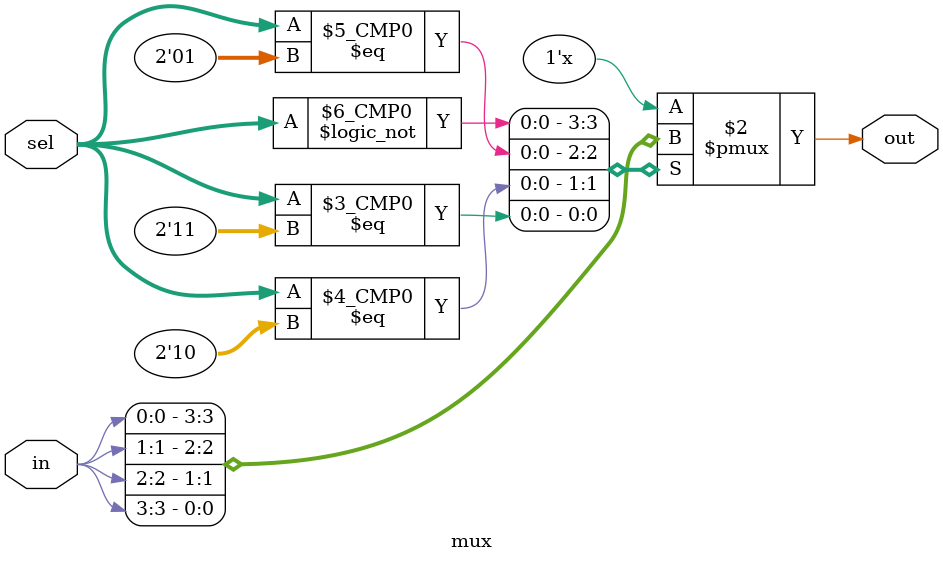
<source format=v>
module mux(in, sel, out);
	input [3:0] in;
	input [1:0]sel;
	output reg out;

	always @(*) begin
		case(sel)
			0: out=in[0];
			1: out=in[1];
			2: out=in[2];
			3: out=in[3];
        endcase

	end
	endmodule

</source>
